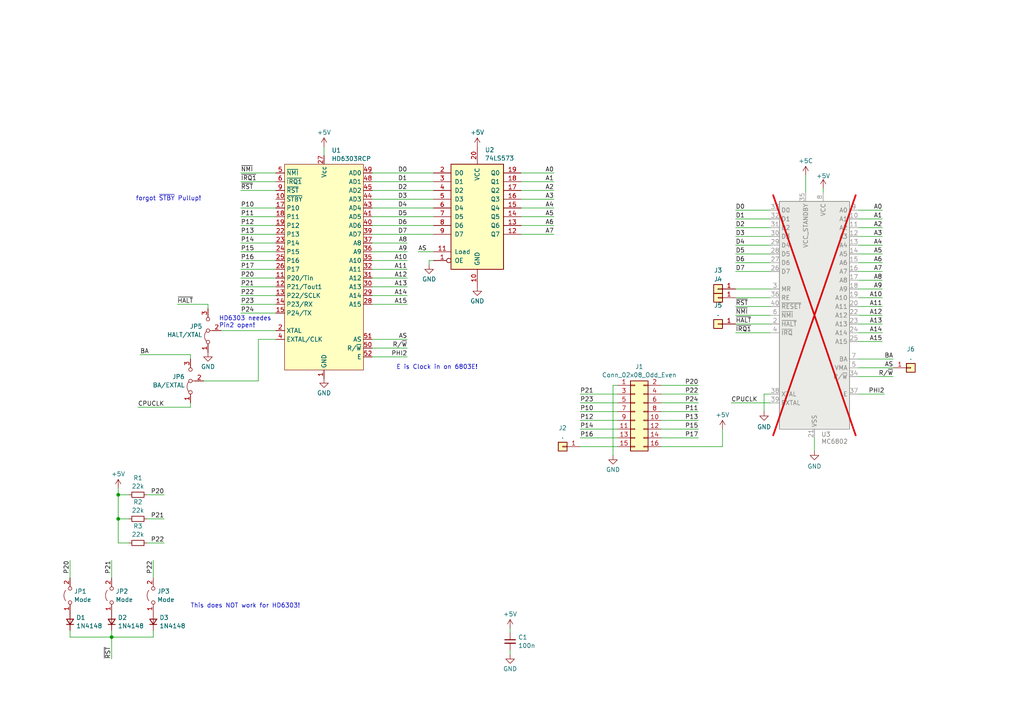
<source format=kicad_sch>
(kicad_sch (version 20231120) (generator "eeschema") (generator_version "8.0")
  (paper "A4")
  (lib_symbols
    (symbol "74xx:74LS573" (pin_names (offset 1.016))
      (property "Reference" "U" (at -7.62 16.51 0))
      (property "Value" "74LS573" (at -7.62 -16.51 0))
      (symbol "74LS573_1_0"
        (pin input inverted (at -12.7 -12.7 0) (length 5.08) (name "OE") (number "1"))
        (pin power_in line (at 0 -20.32 90) (length 5.08) (name "GND") (number "10"))
        (pin input line (at -12.7 -10.16 0) (length 5.08) (name "Load") (number "11"))
        (pin tri_state line (at 12.7 -5.08 180) (length 5.08) (name "Q7") (number "12"))
        (pin tri_state line (at 12.7 -2.54 180) (length 5.08) (name "Q6") (number "13"))
        (pin tri_state line (at 12.7 0 180) (length 5.08) (name "Q5") (number "14"))
        (pin tri_state line (at 12.7 2.54 180) (length 5.08) (name "Q4") (number "15"))
        (pin tri_state line (at 12.7 5.08 180) (length 5.08) (name "Q3") (number "16"))
        (pin tri_state line (at 12.7 7.62 180) (length 5.08) (name "Q2") (number "17"))
        (pin tri_state line (at 12.7 10.16 180) (length 5.08) (name "Q1") (number "18"))
        (pin tri_state line (at 12.7 12.7 180) (length 5.08) (name "Q0") (number "19"))
        (pin input line (at -12.7 12.7 0) (length 5.08) (name "D0") (number "2"))
        (pin power_in line (at 0 20.32 270) (length 5.08) (name "VCC") (number "20"))
        (pin input line (at -12.7 10.16 0) (length 5.08) (name "D1") (number "3"))
        (pin input line (at -12.7 7.62 0) (length 5.08) (name "D2") (number "4"))
        (pin input line (at -12.7 5.08 0) (length 5.08) (name "D3") (number "5"))
        (pin input line (at -12.7 2.54 0) (length 5.08) (name "D4") (number "6"))
        (pin input line (at -12.7 0 0) (length 5.08) (name "D5") (number "7"))
        (pin input line (at -12.7 -2.54 0) (length 5.08) (name "D6") (number "8"))
        (pin input line (at -12.7 -5.08 0) (length 5.08) (name "D7") (number "9"))
      )
      (symbol "74LS573_1_1"
        (rectangle (start -7.62 15.24) (end 7.62 -15.24) (stroke (width 0.254)) (fill (type background)))
      )
    )
    (symbol "CPU_NXP_6800:MC6802"
      (property "Reference" "U" (at -8.89 34.29 0))
      (property "Value" "MC6802" (at 10.16 34.29 0))
      (symbol "MC6802_0_1"
        (rectangle (start -10.16 -33.02) (end 10.16 33.02) (stroke (width 0.254)) (fill (type background)))
      )
      (symbol "MC6802_1_1"
        (pin passive line (at 0 -35.56 90) (length 2.54) hide (name "VSS") (number "1"))
        (pin output line (at 12.7 27.94 180) (length 2.54) (name "A1") (number "10"))
        (pin output line (at 12.7 25.4 180) (length 2.54) (name "A2") (number "11"))
        (pin output line (at 12.7 22.86 180) (length 2.54) (name "A3") (number "12"))
        (pin output line (at 12.7 20.32 180) (length 2.54) (name "A4") (number "13"))
        (pin output line (at 12.7 17.78 180) (length 2.54) (name "A5") (number "14"))
        (pin output line (at 12.7 15.24 180) (length 2.54) (name "A6") (number "15"))
        (pin output line (at 12.7 12.7 180) (length 2.54) (name "A7") (number "16"))
        (pin output line (at 12.7 10.16 180) (length 2.54) (name "A8") (number "17"))
        (pin output line (at 12.7 7.62 180) (length 2.54) (name "A9") (number "18"))
        (pin output line (at 12.7 5.08 180) (length 2.54) (name "A10") (number "19"))
        (pin input line (at -12.7 -2.54 0) (length 2.54) (name "~{HALT}") (number "2"))
        (pin output line (at 12.7 2.54 180) (length 2.54) (name "A11") (number "20"))
        (pin power_in line (at 0 -35.56 90) (length 2.54) (name "VSS") (number "21"))
        (pin output line (at 12.7 0 180) (length 2.54) (name "A12") (number "22"))
        (pin output line (at 12.7 -2.54 180) (length 2.54) (name "A13") (number "23"))
        (pin output line (at 12.7 -5.08 180) (length 2.54) (name "A14") (number "24"))
        (pin output line (at 12.7 -7.62 180) (length 2.54) (name "A15") (number "25"))
        (pin bidirectional line (at -12.7 12.7 0) (length 2.54) (name "D7") (number "26"))
        (pin bidirectional line (at -12.7 15.24 0) (length 2.54) (name "D6") (number "27"))
        (pin bidirectional line (at -12.7 17.78 0) (length 2.54) (name "D5") (number "28"))
        (pin bidirectional line (at -12.7 20.32 0) (length 2.54) (name "D4") (number "29"))
        (pin input line (at -12.7 7.62 0) (length 2.54) (name "MR") (number "3"))
        (pin bidirectional line (at -12.7 22.86 0) (length 2.54) (name "D3") (number "30"))
        (pin bidirectional line (at -12.7 25.4 0) (length 2.54) (name "D2") (number "31"))
        (pin bidirectional line (at -12.7 27.94 0) (length 2.54) (name "D1") (number "32"))
        (pin bidirectional line (at -12.7 30.48 0) (length 2.54) (name "D0") (number "33"))
        (pin output line (at 12.7 -17.78 180) (length 2.54) (name "R/~{W}") (number "34"))
        (pin power_in line (at -2.54 35.56 270) (length 2.54) (name "VCC_STANDBY") (number "35"))
        (pin input line (at -12.7 5.08 0) (length 2.54) (name "RE") (number "36"))
        (pin output line (at 12.7 -22.86 180) (length 2.54) (name "E") (number "37"))
        (pin passive line (at -12.7 -22.86 0) (length 2.54) (name "XTAL") (number "38"))
        (pin passive line (at -12.7 -25.4 0) (length 2.54) (name "EXTAL") (number "39"))
        (pin input line (at -12.7 -5.08 0) (length 2.54) (name "~{IRQ}") (number "4"))
        (pin input line (at -12.7 2.54 0) (length 2.54) (name "~{RESET}") (number "40"))
        (pin output line (at 12.7 -15.24 180) (length 2.54) (name "VMA") (number "5"))
        (pin input line (at -12.7 0 0) (length 2.54) (name "~{NMI}") (number "6"))
        (pin output line (at 12.7 -12.7 180) (length 2.54) (name "BA") (number "7"))
        (pin power_in line (at 2.54 35.56 270) (length 2.54) (name "VCC") (number "8"))
        (pin output line (at 12.7 30.48 180) (length 2.54) (name "A0") (number "9"))
      )
    )
    (symbol "Connector_Generic:Conn_01x01" (pin_names (offset 1.016) hide)
      (property "Reference" "J" (at 0 2.54 0))
      (property "Value" "Conn_01x01" (at 0 -2.54 0))
      (symbol "Conn_01x01_1_1"
        (rectangle (start -1.27 0.127) (end 0 -0.127) (stroke (width 0.1524)))
        (rectangle (start -1.27 1.27) (end 1.27 -1.27) (stroke (width 0.254)) (fill (type background)))
        (pin passive line (at -5.08 0 0) (length 3.81) (name "Pin_1") (number "1"))
      )
    )
    (symbol "Connector_Generic:Conn_02x08_Odd_Even" (pin_names (offset 1.016) hide)
      (property "Reference" "J" (at 1.27 10.16 0))
      (property "Value" "Conn_02x08_Odd_Even" (at 1.27 -12.7 0))
      (symbol "Conn_02x08_Odd_Even_1_1"
        (rectangle (start -1.27 -10.033) (end 0 -10.287) (stroke (width 0.1524)))
        (rectangle (start -1.27 -7.493) (end 0 -7.747) (stroke (width 0.1524)))
        (rectangle (start -1.27 -4.953) (end 0 -5.207) (stroke (width 0.1524)))
        (rectangle (start -1.27 -2.413) (end 0 -2.667) (stroke (width 0.1524)))
        (rectangle (start -1.27 0.127) (end 0 -0.127) (stroke (width 0.1524)))
        (rectangle (start -1.27 2.667) (end 0 2.413) (stroke (width 0.1524)))
        (rectangle (start -1.27 5.207) (end 0 4.953) (stroke (width 0.1524)))
        (rectangle (start -1.27 7.747) (end 0 7.493) (stroke (width 0.1524)))
        (rectangle (start -1.27 8.89) (end 3.81 -11.43) (stroke (width 0.254)) (fill (type background)))
        (rectangle (start 3.81 -10.033) (end 2.54 -10.287) (stroke (width 0.1524)))
        (rectangle (start 3.81 -7.493) (end 2.54 -7.747) (stroke (width 0.1524)))
        (rectangle (start 3.81 -4.953) (end 2.54 -5.207) (stroke (width 0.1524)))
        (rectangle (start 3.81 -2.413) (end 2.54 -2.667) (stroke (width 0.1524)))
        (rectangle (start 3.81 0.127) (end 2.54 -0.127) (stroke (width 0.1524)))
        (rectangle (start 3.81 2.667) (end 2.54 2.413) (stroke (width 0.1524)))
        (rectangle (start 3.81 5.207) (end 2.54 4.953) (stroke (width 0.1524)))
        (rectangle (start 3.81 7.747) (end 2.54 7.493) (stroke (width 0.1524)))
        (pin passive line (at -5.08 7.62 0) (length 3.81) (name "Pin_1") (number "1"))
        (pin passive line (at 7.62 -2.54 180) (length 3.81) (name "Pin_10") (number "10"))
        (pin passive line (at -5.08 -5.08 0) (length 3.81) (name "Pin_11") (number "11"))
        (pin passive line (at 7.62 -5.08 180) (length 3.81) (name "Pin_12") (number "12"))
        (pin passive line (at -5.08 -7.62 0) (length 3.81) (name "Pin_13") (number "13"))
        (pin passive line (at 7.62 -7.62 180) (length 3.81) (name "Pin_14") (number "14"))
        (pin passive line (at -5.08 -10.16 0) (length 3.81) (name "Pin_15") (number "15"))
        (pin passive line (at 7.62 -10.16 180) (length 3.81) (name "Pin_16") (number "16"))
        (pin passive line (at 7.62 7.62 180) (length 3.81) (name "Pin_2") (number "2"))
        (pin passive line (at -5.08 5.08 0) (length 3.81) (name "Pin_3") (number "3"))
        (pin passive line (at 7.62 5.08 180) (length 3.81) (name "Pin_4") (number "4"))
        (pin passive line (at -5.08 2.54 0) (length 3.81) (name "Pin_5") (number "5"))
        (pin passive line (at 7.62 2.54 180) (length 3.81) (name "Pin_6") (number "6"))
        (pin passive line (at -5.08 0 0) (length 3.81) (name "Pin_7") (number "7"))
        (pin passive line (at 7.62 0 180) (length 3.81) (name "Pin_8") (number "8"))
        (pin passive line (at -5.08 -2.54 0) (length 3.81) (name "Pin_9") (number "9"))
      )
    )
    (symbol "Device:C_Small" (pin_numbers hide) (pin_names (offset 0.254) hide)
      (property "Reference" "C" (at 0.254 1.778 0))
      (property "Value" "C_Small" (at 0.254 -2.032 0))
      (symbol "C_Small_0_1"
        (polyline (pts (xy -1.524 -0.508) (xy 1.524 -0.508)) (stroke (width 0.3302)))
        (polyline (pts (xy -1.524 0.508) (xy 1.524 0.508)) (stroke (width 0.3048)))
      )
      (symbol "C_Small_1_1"
        (pin passive line (at 0 2.54 270) (length 2.032) (name "~") (number "1"))
        (pin passive line (at 0 -2.54 90) (length 2.032) (name "~") (number "2"))
      )
    )
    (symbol "Device:D_Small" (pin_numbers hide) (pin_names (offset 0.254) hide)
      (property "Reference" "D" (at -1.27 2.032 0))
      (property "Value" "D_Small" (at -3.81 -2.032 0))
      (symbol "D_Small_0_1"
        (polyline (pts (xy -0.762 -1.016) (xy -0.762 1.016)) (stroke (width 0.254)))
        (polyline (pts (xy -0.762 0) (xy 0.762 0)))
        (polyline (pts (xy 0.762 -1.016) (xy -0.762 0) (xy 0.762 1.016) (xy 0.762 -1.016)) (stroke (width 0.254)))
      )
      (symbol "D_Small_1_1"
        (pin passive line (at -2.54 0 0) (length 1.778) (name "K") (number "1"))
        (pin passive line (at 2.54 0 180) (length 1.778) (name "A") (number "2"))
      )
    )
    (symbol "Device:R_Small" (pin_numbers hide) (pin_names (offset 0.254) hide)
      (property "Reference" "R" (at 0.762 0.508 0))
      (property "Value" "R_Small" (at 0.762 -1.016 0))
      (symbol "R_Small_0_1"
        (rectangle (start -0.762 1.778) (end 0.762 -1.778) (stroke (width 0.2032)))
      )
      (symbol "R_Small_1_1"
        (pin passive line (at 0 2.54 270) (length 0.762) (name "~") (number "1"))
        (pin passive line (at 0 -2.54 90) (length 0.762) (name "~") (number "2"))
      )
    )
    (symbol "Jumper:Jumper_2_Open" (pin_names (offset 0) hide)
      (property "Reference" "JP" (at 0 2.794 0))
      (property "Value" "Jumper_2_Open" (at 0 -2.286 0))
      (symbol "Jumper_2_Open_0_0"
        (circle (center -2.032 0) (radius 0.508))
        (circle (center 2.032 0) (radius 0.508))
      )
      (symbol "Jumper_2_Open_0_1"
        (arc (start 1.524 1.27) (mid 0 1.778) (end -1.524 1.27))
      )
      (symbol "Jumper_2_Open_1_1"
        (pin passive line (at -5.08 0 0) (length 2.54) (name "A") (number "1"))
        (pin passive line (at 5.08 0 180) (length 2.54) (name "B") (number "2"))
      )
    )
    (symbol "Jumper:Jumper_3_Bridged12" (pin_names (offset 0) hide)
      (property "Reference" "JP" (at -2.54 -2.54 0))
      (property "Value" "Jumper_3_Bridged12" (at 0 2.794 0))
      (symbol "Jumper_3_Bridged12_0_0"
        (circle (center -3.302 0) (radius 0.508))
        (circle (center 0 0) (radius 0.508))
        (circle (center 3.302 0) (radius 0.508))
      )
      (symbol "Jumper_3_Bridged12_0_1"
        (arc (start -0.254 0.508) (mid -1.651 0.9912) (end -3.048 0.508))
        (polyline (pts (xy 0 -1.27) (xy 0 -0.508)))
      )
      (symbol "Jumper_3_Bridged12_1_1"
        (pin passive line (at -6.35 0 0) (length 2.54) (name "A") (number "1"))
        (pin passive line (at 0 -3.81 90) (length 2.54) (name "C") (number "2"))
        (pin passive line (at 6.35 0 180) (length 2.54) (name "B") (number "3"))
      )
    )
    (symbol "my_ics_new:HD6303RCP"
      (property "Reference" "U" (at 3.175 33.02 0))
      (property "Value" "HD6303RCP" (at 7.62 30.48 0))
      (symbol "HD6303RCP_1_1"
        (rectangle (start -11.43 29.21) (end 11.43 -30.48) (fill (type background)))
        (pin power_in line (at 0 -33.02 90) (length 2.54) (name "GND") (number "1"))
        (pin input line (at -13.97 19.05 0) (length 2.54) (name "~{STBY}") (number "10"))
        (pin bidirectional line (at -13.97 -3.81 0) (length 2.54) (name "P20/Tin") (number "11"))
        (pin bidirectional line (at -13.97 -6.35 0) (length 2.54) (name "P21/Tout1") (number "12"))
        (pin bidirectional line (at -13.97 -8.89 0) (length 2.54) (name "P22/SCLK") (number "13"))
        (pin bidirectional line (at -13.97 -11.43 0) (length 2.54) (name "P23/RX") (number "14"))
        (pin bidirectional line (at -13.97 -13.97 0) (length 2.54) (name "P24/TX") (number "15"))
        (pin power_in line (at -13.97 16.51 0) (length 2.54) (name "P10") (number "17"))
        (pin power_in line (at -13.97 13.97 0) (length 2.54) (name "P11") (number "18"))
        (pin power_in line (at -13.97 11.43 0) (length 2.54) (name "P12") (number "19"))
        (pin output line (at -13.97 -19.05 0) (length 2.54) (name "XTAL") (number "2"))
        (pin no_connect line (at -3.81 13.97 180) (length 2.54) hide (name "") (number "20"))
        (pin no_connect line (at -3.81 11.43 180) (length 2.54) hide (name "") (number "21"))
        (pin power_in line (at -13.97 8.89 0) (length 2.54) (name "P13") (number "22"))
        (pin power_in line (at -13.97 6.35 0) (length 2.54) (name "P14") (number "23"))
        (pin power_in line (at -13.97 3.81 0) (length 2.54) (name "P15") (number "24"))
        (pin power_in line (at -13.97 1.27 0) (length 2.54) (name "P16") (number "25"))
        (pin power_in line (at -13.97 -1.27 0) (length 2.54) (name "P17") (number "26"))
        (pin power_in line (at 0 31.75 270) (length 2.54) (name "Vcc") (number "27"))
        (pin power_in line (at 13.97 -11.43 180) (length 2.54) (name "A15") (number "28"))
        (pin power_in line (at 13.97 -8.89 180) (length 2.54) (name "A14") (number "29"))
        (pin power_in line (at 13.97 -6.35 180) (length 2.54) (name "A13") (number "30"))
        (pin power_in line (at 13.97 -3.81 180) (length 2.54) (name "A12") (number "31"))
        (pin power_in line (at 13.97 -1.27 180) (length 2.54) (name "A11") (number "32"))
        (pin no_connect line (at -3.81 8.89 180) (length 2.54) hide (name "") (number "33"))
        (pin no_connect line (at -3.81 6.35 180) (length 2.54) hide (name "") (number "34"))
        (pin power_in line (at 13.97 1.27 180) (length 2.54) (name "A10") (number "35"))
        (pin power_in line (at 13.97 3.81 180) (length 2.54) (name "A9") (number "36"))
        (pin power_in line (at 13.97 6.35 180) (length 2.54) (name "A8") (number "37"))
        (pin bidirectional line (at 13.97 8.89 180) (length 2.54) (name "AD7") (number "39"))
        (pin input line (at -13.97 -21.59 0) (length 2.54) (name "EXTAL/CLK") (number "4"))
        (pin bidirectional line (at 13.97 11.43 180) (length 2.54) (name "AD6") (number "40"))
        (pin bidirectional line (at 13.97 13.97 180) (length 2.54) (name "AD5") (number "41"))
        (pin no_connect line (at -3.81 3.81 180) (length 2.54) hide (name "") (number "42"))
        (pin bidirectional line (at 13.97 16.51 180) (length 2.54) (name "AD4") (number "43"))
        (pin bidirectional line (at 13.97 19.05 180) (length 2.54) (name "AD3") (number "44"))
        (pin bidirectional line (at 13.97 21.59 180) (length 2.54) (name "AD2") (number "45"))
        (pin no_connect line (at -3.81 1.27 180) (length 2.54) hide (name "") (number "46"))
        (pin no_connect line (at -3.81 -1.27 180) (length 2.54) hide (name "") (number "47"))
        (pin bidirectional line (at 13.97 24.13 180) (length 2.54) (name "AD1") (number "48"))
        (pin bidirectional line (at 13.97 26.67 180) (length 2.54) (name "AD0") (number "49"))
        (pin input line (at -13.97 26.67 0) (length 2.54) (name "~{NMI}") (number "5"))
        (pin output line (at 13.97 -24.13 180) (length 2.54) (name "R/~{W}") (number "50"))
        (pin output line (at 13.97 -21.59 180) (length 2.54) (name "AS") (number "51"))
        (pin output line (at 13.97 -26.67 180) (length 2.54) (name "E") (number "52"))
        (pin input line (at -13.97 24.13 0) (length 2.54) (name "~{IRQ1}") (number "6"))
        (pin no_connect line (at -3.81 19.05 180) (length 2.54) hide (name "") (number "7"))
        (pin no_connect line (at -3.81 16.51 180) (length 2.54) hide (name "") (number "8"))
        (pin input line (at -13.97 21.59 0) (length 2.54) (name "~{RST}") (number "9"))
      )
    )
    (symbol "power:+5C" (power) (pin_names (offset 0))
      (property "Value" "+5C" (at 0 3.556 0))
      (symbol "+5C_0_1"
        (polyline (pts (xy -0.762 1.27) (xy 0 2.54)))
        (polyline (pts (xy 0 0) (xy 0 2.54)))
        (polyline (pts (xy 0 2.54) (xy 0.762 1.27)))
      )
      (symbol "+5C_1_1"
        (pin power_in line (at 0 0 90) (length 0) hide (name "+5C") (number "1"))
      )
    )
    (symbol "power:+5V" (power) (pin_names (offset 0))
      (property "Value" "+5V" (at 0 3.556 0))
      (symbol "+5V_0_1"
        (polyline (pts (xy -0.762 1.27) (xy 0 2.54)))
        (polyline (pts (xy 0 0) (xy 0 2.54)))
        (polyline (pts (xy 0 2.54) (xy 0.762 1.27)))
      )
      (symbol "+5V_1_1"
        (pin power_in line (at 0 0 90) (length 0) hide (name "+5V") (number "1"))
      )
    )
    (symbol "power:GND" (power) (pin_names (offset 0))
      (property "Value" "GND" (at 0 -3.81 0))
      (symbol "GND_0_1"
        (polyline (pts (xy 0 0) (xy 0 -1.27) (xy 1.27 -1.27) (xy 0 -2.54) (xy -1.27 -1.27) (xy 0 -1.27)))
      )
      (symbol "GND_1_1"
        (pin power_in line (at 0 0 270) (length 0) hide (name "GND") (number "1"))
      )
    )
  )
  (junction (at 34.29 150.495))
  (junction (at 34.29 143.51))
  (junction (at 32.385 184.785))
  (wire (pts (xy 223.52 73.66) (xy 213.36 73.66)))
  (wire (pts (xy 248.92 99.06) (xy 255.905 99.06)))
  (wire (pts (xy 59.055 110.49) (xy 74.93 110.49)))
  (wire (pts (xy 191.77 127) (xy 202.565 127)))
  (wire (pts (xy 147.955 189.865) (xy 147.955 188.595)))
  (wire (pts (xy 259.08 104.14) (xy 248.92 104.14)))
  (wire (pts (xy 223.52 60.96) (xy 213.36 60.96)))
  (wire (pts (xy 151.13 52.705) (xy 160.655 52.705)))
  (wire (pts (xy 223.52 66.04) (xy 213.36 66.04)))
  (wire (pts (xy 69.85 88.265) (xy 80.01 88.265)))
  (wire (pts (xy 20.32 184.785) (xy 32.385 184.785)))
  (wire (pts (xy 107.95 55.245) (xy 125.73 55.245)))
  (wire (pts (xy 69.85 85.725) (xy 80.01 85.725)))
  (wire (pts (xy 213.36 83.82) (xy 223.52 83.82)))
  (wire (pts (xy 20.32 167.64) (xy 20.32 162.56)))
  (wire (pts (xy 212.09 116.84) (xy 223.52 116.84)))
  (wire (pts (xy 51.435 88.265) (xy 60.325 88.265)))
  (wire (pts (xy 223.52 114.3) (xy 221.615 114.3)))
  (wire (pts (xy 32.385 184.785) (xy 44.45 184.785)))
  (wire (pts (xy 107.95 73.025) (xy 118.11 73.025)))
  (wire (pts (xy 42.545 157.48) (xy 47.625 157.48)))
  (wire (pts (xy 74.93 110.49) (xy 74.93 98.425)))
  (wire (pts (xy 191.77 129.54) (xy 209.55 129.54)))
  (wire (pts (xy 213.36 88.9) (xy 223.52 88.9)))
  (wire (pts (xy 151.13 60.325) (xy 160.655 60.325)))
  (wire (pts (xy 213.36 96.52) (xy 223.52 96.52)))
  (wire (pts (xy 147.955 182.245) (xy 147.955 183.515)))
  (wire (pts (xy 55.245 116.84) (xy 55.245 118.11)))
  (wire (pts (xy 40.005 118.11) (xy 55.245 118.11)))
  (wire (pts (xy 213.36 86.36) (xy 223.52 86.36)))
  (wire (pts (xy 69.85 78.105) (xy 80.01 78.105)))
  (wire (pts (xy 107.95 75.565) (xy 118.11 75.565)))
  (wire (pts (xy 259.08 106.68) (xy 248.92 106.68)))
  (wire (pts (xy 69.85 83.185) (xy 80.01 83.185)))
  (wire (pts (xy 248.92 96.52) (xy 255.905 96.52)))
  (wire (pts (xy 107.95 57.785) (xy 125.73 57.785)))
  (wire (pts (xy 69.85 73.025) (xy 80.01 73.025)))
  (wire (pts (xy 32.385 184.785) (xy 32.385 191.135)))
  (wire (pts (xy 168.275 119.38) (xy 179.07 119.38)))
  (wire (pts (xy 191.77 116.84) (xy 202.565 116.84)))
  (wire (pts (xy 32.385 184.785) (xy 32.385 182.88)))
  (wire (pts (xy 168.275 121.92) (xy 179.07 121.92)))
  (wire (pts (xy 34.29 150.495) (xy 37.465 150.495)))
  (wire (pts (xy 168.275 124.46) (xy 179.07 124.46)))
  (wire (pts (xy 74.93 98.425) (xy 80.01 98.425)))
  (wire (pts (xy 248.92 93.98) (xy 255.905 93.98)))
  (wire (pts (xy 107.95 83.185) (xy 118.11 83.185)))
  (wire (pts (xy 236.22 127) (xy 236.22 130.81)))
  (wire (pts (xy 223.52 68.58) (xy 213.36 68.58)))
  (wire (pts (xy 55.245 102.87) (xy 55.245 104.14)))
  (wire (pts (xy 191.77 119.38) (xy 202.565 119.38)))
  (wire (pts (xy 233.68 50.8) (xy 233.68 55.88)))
  (wire (pts (xy 60.325 89.535) (xy 60.325 88.265)))
  (wire (pts (xy 34.29 141.605) (xy 34.29 143.51)))
  (wire (pts (xy 44.45 184.785) (xy 44.45 182.88)))
  (wire (pts (xy 209.55 124.46) (xy 209.55 129.54)))
  (wire (pts (xy 191.77 124.46) (xy 202.565 124.46)))
  (wire (pts (xy 168.275 114.3) (xy 179.07 114.3)))
  (wire (pts (xy 107.95 52.705) (xy 125.73 52.705)))
  (wire (pts (xy 248.92 60.96) (xy 255.905 60.96)))
  (wire (pts (xy 34.29 150.495) (xy 34.29 157.48)))
  (wire (pts (xy 248.92 83.82) (xy 255.905 83.82)))
  (wire (pts (xy 238.76 54.61) (xy 238.76 55.88)))
  (wire (pts (xy 168.275 116.84) (xy 179.07 116.84)))
  (wire (pts (xy 34.29 143.51) (xy 37.465 143.51)))
  (wire (pts (xy 107.95 67.945) (xy 125.73 67.945)))
  (wire (pts (xy 107.95 70.485) (xy 118.11 70.485)))
  (wire (pts (xy 93.98 42.545) (xy 93.98 45.085)))
  (wire (pts (xy 221.615 114.3) (xy 221.615 119.38)))
  (wire (pts (xy 248.92 71.12) (xy 255.905 71.12)))
  (wire (pts (xy 151.13 65.405) (xy 160.655 65.405)))
  (wire (pts (xy 107.95 80.645) (xy 118.11 80.645)))
  (wire (pts (xy 179.07 111.76) (xy 177.8 111.76)))
  (wire (pts (xy 69.85 70.485) (xy 80.01 70.485)))
  (wire (pts (xy 248.92 73.66) (xy 255.905 73.66)))
  (wire (pts (xy 248.92 86.36) (xy 255.905 86.36)))
  (wire (pts (xy 69.85 65.405) (xy 80.01 65.405)))
  (wire (pts (xy 69.85 75.565) (xy 80.01 75.565)))
  (wire (pts (xy 69.85 67.945) (xy 80.01 67.945)))
  (wire (pts (xy 223.52 76.2) (xy 213.36 76.2)))
  (wire (pts (xy 151.13 50.165) (xy 160.655 50.165)))
  (wire (pts (xy 151.13 62.865) (xy 160.655 62.865)))
  (wire (pts (xy 42.545 143.51) (xy 47.625 143.51)))
  (wire (pts (xy 248.92 76.2) (xy 255.905 76.2)))
  (wire (pts (xy 69.85 60.325) (xy 80.01 60.325)))
  (wire (pts (xy 248.92 68.58) (xy 255.905 68.58)))
  (wire (pts (xy 177.8 111.76) (xy 177.8 132.08)))
  (wire (pts (xy 107.95 78.105) (xy 118.11 78.105)))
  (wire (pts (xy 69.85 50.165) (xy 80.01 50.165)))
  (wire (pts (xy 107.95 103.505) (xy 118.11 103.505)))
  (wire (pts (xy 248.92 88.9) (xy 255.905 88.9)))
  (wire (pts (xy 121.285 73.025) (xy 125.73 73.025)))
  (wire (pts (xy 191.77 111.76) (xy 202.565 111.76)))
  (wire (pts (xy 223.52 63.5) (xy 213.36 63.5)))
  (wire (pts (xy 125.73 75.565) (xy 124.46 75.565)))
  (wire (pts (xy 37.465 157.48) (xy 34.29 157.48)))
  (wire (pts (xy 248.92 78.74) (xy 255.905 78.74)))
  (wire (pts (xy 213.36 93.98) (xy 223.52 93.98)))
  (wire (pts (xy 42.545 150.495) (xy 47.625 150.495)))
  (wire (pts (xy 107.95 88.265) (xy 118.11 88.265)))
  (wire (pts (xy 248.92 91.44) (xy 255.905 91.44)))
  (wire (pts (xy 223.52 71.12) (xy 213.36 71.12)))
  (wire (pts (xy 107.95 50.165) (xy 125.73 50.165)))
  (wire (pts (xy 69.85 62.865) (xy 80.01 62.865)))
  (wire (pts (xy 34.29 143.51) (xy 34.29 150.495)))
  (wire (pts (xy 44.45 167.64) (xy 44.45 162.56)))
  (wire (pts (xy 248.92 63.5) (xy 255.905 63.5)))
  (wire (pts (xy 20.32 182.88) (xy 20.32 184.785)))
  (wire (pts (xy 151.13 55.245) (xy 160.655 55.245)))
  (wire (pts (xy 69.85 55.245) (xy 80.01 55.245)))
  (wire (pts (xy 213.36 91.44) (xy 223.52 91.44)))
  (wire (pts (xy 107.95 98.425) (xy 118.11 98.425)))
  (wire (pts (xy 259.08 109.22) (xy 248.92 109.22)))
  (wire (pts (xy 256.54 114.3) (xy 248.92 114.3)))
  (wire (pts (xy 191.77 121.92) (xy 202.565 121.92)))
  (wire (pts (xy 124.46 75.565) (xy 124.46 76.835)))
  (wire (pts (xy 223.52 78.74) (xy 213.36 78.74)))
  (wire (pts (xy 107.95 85.725) (xy 118.11 85.725)))
  (wire (pts (xy 107.95 65.405) (xy 125.73 65.405)))
  (wire (pts (xy 191.77 114.3) (xy 202.565 114.3)))
  (wire (pts (xy 107.95 60.325) (xy 125.73 60.325)))
  (wire (pts (xy 248.92 81.28) (xy 255.905 81.28)))
  (wire (pts (xy 69.85 52.705) (xy 80.01 52.705)))
  (wire (pts (xy 168.275 127) (xy 179.07 127)))
  (wire (pts (xy 107.95 62.865) (xy 125.73 62.865)))
  (wire (pts (xy 151.13 67.945) (xy 160.655 67.945)))
  (wire (pts (xy 168.275 129.54) (xy 179.07 129.54)))
  (wire (pts (xy 248.92 66.04) (xy 255.905 66.04)))
  (wire (pts (xy 69.85 90.805) (xy 80.01 90.805)))
  (wire (pts (xy 64.135 95.885) (xy 80.01 95.885)))
  (wire (pts (xy 69.85 80.645) (xy 80.01 80.645)))
  (wire (pts (xy 40.64 102.87) (xy 55.245 102.87)))
  (wire (pts (xy 32.385 167.64) (xy 32.385 162.56)))
  (wire (pts (xy 107.95 100.965) (xy 118.11 100.965)))
  (wire (pts (xy 151.13 57.785) (xy 160.655 57.785)))
  (text "forgot ~{STBY} Pullup!" (at 39.37 58.42 0) (effects (font (size 1.27 1.27)) (justify left bottom)))
  (text "This does NOT work for HD6303!" (at 55.245 176.53 0) (effects (font (size 1.27 1.27)) (justify left bottom)))
  (text "E is Clock in on 6803E!" (at 114.935 107.315 0) (effects (font (size 1.27 1.27)) (justify left bottom)))
  (text "HD6303 needes\nPin2 open!" (at 63.5 95.25 0) (effects (font (size 1.27 1.27)) (justify left bottom)))
  (label "P24" (at 69.85 90.805 0))
  (label "A8" (at 255.905 81.28 180))
  (label "P20" (at 202.565 111.76 180))
  (label "P16" (at 168.275 127 0))
  (label "D3" (at 118.11 57.785 180))
  (label "R{slash}~{W}" (at 118.11 100.965 180))
  (label "PHI2" (at 256.54 114.3 180))
  (label "P10" (at 69.85 60.325 0))
  (label "BA" (at 259.08 104.14 180))
  (label "PHI2" (at 118.11 103.505 180))
  (label "P15" (at 202.565 124.46 180))
  (label "P13" (at 69.85 67.945 0))
  (label "P23" (at 168.275 116.84 0))
  (label "D1" (at 213.36 63.5 0))
  (label "~{IRQ1}" (at 69.85 52.705 0))
  (label "A14" (at 255.905 96.52 180))
  (label "A7" (at 160.655 67.945 180))
  (label "D7" (at 213.36 78.74 0))
  (label "~{NMI}" (at 213.36 91.44 0))
  (label "P14" (at 168.275 124.46 0))
  (label "P17" (at 69.85 78.105 0))
  (label "A6" (at 255.905 76.2 180))
  (label "AS" (at 121.285 73.025 0))
  (label "A15" (at 118.11 88.265 180))
  (label "~{HALT}" (at 51.435 88.265 0))
  (label "R{slash}~{W}" (at 259.08 109.22 180))
  (label "P21" (at 47.625 150.495 180))
  (label "D3" (at 213.36 68.58 0))
  (label "P22" (at 202.565 114.3 180))
  (label "P11" (at 202.565 119.38 180))
  (label "D6" (at 213.36 76.2 0))
  (label "P17" (at 202.565 127 180))
  (label "A5" (at 255.905 73.66 180))
  (label "A6" (at 160.655 65.405 180))
  (label "A5" (at 160.655 62.865 180))
  (label "P21" (at 168.275 114.3 0))
  (label "P13" (at 202.565 121.92 180))
  (label "A1" (at 255.905 63.5 180))
  (label "P14" (at 69.85 70.485 0))
  (label "P20" (at 69.85 80.645 0))
  (label "P15" (at 69.85 73.025 0))
  (label "AS" (at 118.11 98.425 180))
  (label "D0" (at 213.36 60.96 0))
  (label "BA" (at 40.64 102.87 0))
  (label "D7" (at 118.11 67.945 180))
  (label "D2" (at 213.36 66.04 0))
  (label "~{IRQ1}" (at 213.36 96.52 0))
  (label "A3" (at 255.905 68.58 180))
  (label "D5" (at 213.36 73.66 0))
  (label "CPUCLK" (at 40.005 118.11 0))
  (label "A12" (at 118.11 80.645 180))
  (label "P24" (at 202.565 116.84 180))
  (label "AS" (at 259.08 106.68 180))
  (label "D6" (at 118.11 65.405 180))
  (label "A0" (at 255.905 60.96 180))
  (label "P10" (at 168.275 119.38 0))
  (label "D0" (at 118.11 50.165 180))
  (label "D1" (at 118.11 52.705 180))
  (label "P21" (at 32.385 162.56 270))
  (label "P22" (at 44.45 162.56 270))
  (label "D5" (at 118.11 62.865 180))
  (label "P23" (at 69.85 88.265 0))
  (label "P22" (at 47.625 157.48 180))
  (label "D2" (at 118.11 55.245 180))
  (label "A8" (at 118.11 70.485 180))
  (label "A0" (at 160.655 50.165 180))
  (label "A2" (at 255.905 66.04 180))
  (label "~{HALT}" (at 213.36 93.98 0))
  (label "~{RST}" (at 69.85 55.245 0))
  (label "A13" (at 118.11 83.185 180))
  (label "CPUCLK" (at 212.09 116.84 0))
  (label "A11" (at 255.905 88.9 180))
  (label "A9" (at 118.11 73.025 180))
  (label "A10" (at 118.11 75.565 180))
  (label "A10" (at 255.905 86.36 180))
  (label "P20" (at 47.625 143.51 180))
  (label "~{RST}" (at 213.36 88.9 0))
  (label "P22" (at 69.85 85.725 0))
  (label "A2" (at 160.655 55.245 180))
  (label "A12" (at 255.905 91.44 180))
  (label "A13" (at 255.905 93.98 180))
  (label "A4" (at 160.655 60.325 180))
  (label "A9" (at 255.905 83.82 180))
  (label "A3" (at 160.655 57.785 180))
  (label "P11" (at 69.85 62.865 0))
  (label "A7" (at 255.905 78.74 180))
  (label "A14" (at 118.11 85.725 180))
  (label "A4" (at 255.905 71.12 180))
  (label "P21" (at 69.85 83.185 0))
  (label "A15" (at 255.905 99.06 180))
  (label "A11" (at 118.11 78.105 180))
  (label "~{NMI}" (at 69.85 50.165 0))
  (label "P20" (at 20.32 162.56 270))
  (label "P16" (at 69.85 75.565 0))
  (label "P12" (at 69.85 65.405 0))
  (label "D4" (at 213.36 71.12 0))
  (label "P12" (at 168.275 121.92 0))
  (label "D4" (at 118.11 60.325 180))
  (label "A1" (at 160.655 52.705 180))
  (label "~{RST}" (at 32.385 191.135 90))
  (symbol (lib_id "power:GND") (at 60.325 102.235 0) (unit 1)
    (property "Reference" "#PWR08" (effects (hide yes)))
    (property "Value" "GND" (at 60.325 106.3681 0))
  )
  (symbol (lib_id "Connector_Generic:Conn_01x01") (at 208.28 83.82 0) (mirror y) (unit 1)
    (property "Reference" "J3" (at 208.28 78.4057 0))
    (property "Value" "." (at 208.28 80.8299 0))
    (property "Footprint" "Connector_PinHeader_2.00mm:PinHeader_1x01_P2.00mm_Vertical" (effects (hide yes)))
  )
  (symbol (lib_id "power:GND") (at 221.615 119.38 0) (mirror y) (unit 1)
    (property "Reference" "#PWR018" (effects (hide yes)))
    (property "Value" "GND" (at 221.615 123.8234 0))
  )
  (symbol (lib_id "Device:D_Small") (at 20.32 180.34 90) (unit 1)
    (property "Reference" "D1" (at 22.098 179.1279 90) (effects (justify right)))
    (property "Value" "1N4148" (at 22.098 181.5521 90) (effects (justify right)))
    (property "Footprint" "Diode_SMD:D_1206_3216Metric_Pad1.42x1.75mm_HandSolder" (effects (hide yes)))
    (property "Sim.Device" "D" (effects (hide yes)))
    (property "Sim.Pins" "1=K 2=A" (effects (hide yes)))
  )
  (symbol (lib_id "Jumper:Jumper_2_Open") (at 44.45 172.72 90) (unit 1)
    (property "Reference" "JP3" (at 45.593 171.5079 90) (effects (justify right)))
    (property "Value" "Mode" (at 45.593 173.9321 90) (effects (justify right)))
    (property "Footprint" "Connector_PinHeader_2.54mm:PinHeader_1x02_P2.54mm_Vertical" (effects (hide yes)))
  )
  (symbol (lib_id "Device:C_Small") (at 147.955 186.055 0) (unit 1)
    (property "Reference" "C1" (at 150.2791 184.8492 0) (effects (justify left)))
    (property "Value" "100n" (at 150.2791 187.2734 0) (effects (justify left)))
    (property "Footprint" "Capacitor_SMD:C_1206_3216Metric_Pad1.33x1.80mm_HandSolder" (effects (hide yes)))
  )
  (symbol (lib_id "Connector_Generic:Conn_02x08_Odd_Even") (at 184.15 119.38 0) (unit 1)
    (property "Reference" "J1" (at 185.42 106.3457 0))
    (property "Value" "Conn_02x08_Odd_Even" (at 185.42 108.7699 0))
    (property "Footprint" "Connector_PinHeader_2.54mm:PinHeader_2x08_P2.54mm_Horizontal" (effects (hide yes)))
  )
  (symbol (lib_id "Device:R_Small") (at 40.005 157.48 90) (unit 1)
    (property "Reference" "R3" (at 40.005 152.5991 90))
    (property "Value" "22k" (at 40.005 155.0233 90))
    (property "Footprint" "Resistor_SMD:R_1206_3216Metric_Pad1.30x1.75mm_HandSolder" (effects (hide yes)))
  )
  (symbol (lib_id "Device:D_Small") (at 44.45 180.34 90) (unit 1)
    (property "Reference" "D3" (at 46.228 179.1279 90) (effects (justify right)))
    (property "Value" "1N4148" (at 46.228 181.5521 90) (effects (justify right)))
    (property "Footprint" "Diode_SMD:D_1206_3216Metric_Pad1.42x1.75mm_HandSolder" (effects (hide yes)))
    (property "Sim.Device" "D" (effects (hide yes)))
    (property "Sim.Pins" "1=K 2=A" (effects (hide yes)))
  )
  (symbol (lib_id "power:GND") (at 93.98 109.855 0) (unit 1)
    (property "Reference" "#PWR02" (effects (hide yes)))
    (property "Value" "GND" (at 93.98 113.9881 0))
  )
  (symbol (lib_id "Device:R_Small") (at 40.005 150.495 90) (unit 1)
    (property "Reference" "R2" (at 40.005 145.6141 90))
    (property "Value" "22k" (at 40.005 148.0383 90))
    (property "Footprint" "Resistor_SMD:R_1206_3216Metric_Pad1.30x1.75mm_HandSolder" (effects (hide yes)))
  )
  (symbol (lib_id "power:GND") (at 177.8 132.08 0) (unit 1)
    (property "Reference" "#PWR015" (effects (hide yes)))
    (property "Value" "GND" (at 177.8 136.2131 0))
  )
  (symbol (lib_id "Jumper:Jumper_3_Bridged12") (at 60.325 95.885 90) (unit 1)
    (property "Reference" "JP5" (at 58.6989 94.6729 90) (effects (justify left)))
    (property "Value" "HALT/XTAL" (at 58.6989 97.0971 90) (effects (justify left)))
    (property "Footprint" "Connector_PinHeader_2.54mm:PinHeader_1x03_P2.54mm_Vertical" (effects (hide yes)))
  )
  (symbol (lib_id "power:GND") (at 147.955 189.865 0) (unit 1)
    (property "Reference" "#PWR04" (effects (hide yes)))
    (property "Value" "GND" (at 147.955 193.9981 0))
  )
  (symbol (lib_id "power:GND") (at 236.22 130.81 0) (mirror y) (unit 1)
    (property "Reference" "#PWR019" (effects (hide yes)))
    (property "Value" "GND" (at 236.22 135.2534 0))
  )
  (symbol (lib_id "power:+5V") (at 209.55 124.46 0) (unit 1)
    (property "Reference" "#PWR016" (effects (hide yes)))
    (property "Value" "+5V" (at 209.55 120.3269 0))
  )
  (symbol (lib_id "Device:D_Small") (at 32.385 180.34 90) (unit 1)
    (property "Reference" "D2" (at 34.163 179.1279 90) (effects (justify right)))
    (property "Value" "1N4148" (at 34.163 181.5521 90) (effects (justify right)))
    (property "Footprint" "Diode_SMD:D_1206_3216Metric_Pad1.42x1.75mm_HandSolder" (effects (hide yes)))
    (property "Sim.Device" "D" (effects (hide yes)))
    (property "Sim.Pins" "1=K 2=A" (effects (hide yes)))
  )
  (symbol (lib_id "power:+5V") (at 34.29 141.605 0) (unit 1)
    (property "Reference" "#PWR09" (effects (hide yes)))
    (property "Value" "+5V" (at 34.29 137.4719 0))
  )
  (symbol (lib_id "power:+5V") (at 238.76 54.61 0) (unit 1)
    (property "Reference" "#PWR017" (effects (hide yes)))
    (property "Value" "+5V" (at 238.76 51.0342 0))
  )
  (symbol (lib_id "Connector_Generic:Conn_01x01") (at 208.28 93.98 0) (mirror y) (unit 1)
    (property "Reference" "J5" (at 208.28 88.5657 0))
    (property "Value" "." (at 208.28 90.9899 0))
    (property "Footprint" "Connector_PinHeader_2.00mm:PinHeader_1x01_P2.00mm_Vertical" (effects (hide yes)))
  )
  (symbol (lib_id "Connector_Generic:Conn_01x01") (at 208.28 86.36 0) (mirror y) (unit 1)
    (property "Reference" "J4" (at 208.28 80.9457 0))
    (property "Value" "." (at 208.28 83.3699 0))
    (property "Footprint" "Connector_PinHeader_2.00mm:PinHeader_1x01_P2.00mm_Vertical" (effects (hide yes)))
  )
  (symbol (lib_id "Device:R_Small") (at 40.005 143.51 90) (unit 1)
    (property "Reference" "R1" (at 40.005 138.6291 90))
    (property "Value" "22k" (at 40.005 141.0533 90))
    (property "Footprint" "Resistor_SMD:R_1206_3216Metric_Pad1.30x1.75mm_HandSolder" (effects (hide yes)))
  )
  (symbol (lib_id "Connector_Generic:Conn_01x01") (at 264.16 106.68 0) (unit 1)
    (property "Reference" "J6" (at 264.16 101.2657 0))
    (property "Value" "." (at 264.16 103.6899 0))
    (property "Footprint" "Connector_PinHeader_2.00mm:PinHeader_1x01_P2.00mm_Vertical" (effects (hide yes)))
  )
  (symbol (lib_id "74xx:74LS573") (at 138.43 62.865 0) (unit 1)
    (property "Reference" "U2" (at 140.6241 43.4807 0) (effects (justify left)))
    (property "Value" "74LS573" (at 140.6241 45.9049 0) (effects (justify left)))
    (property "Footprint" "Package_DIP:DIP-20_W7.62mm_Socket_LongPads" (effects (hide yes)))
    (property "Datasheet" "74xx/74hc573.pdf" (effects (hide yes)))
  )
  (symbol (lib_id "power:+5C") (at 233.68 50.8 0) (unit 1)
    (property "Reference" "#PWR020" (effects (hide yes)))
    (property "Value" "+5C" (at 233.68 46.6669 0))
  )
  (symbol (lib_id "power:GND") (at 138.43 83.185 0) (unit 1)
    (property "Reference" "#PWR01" (effects (hide yes)))
    (property "Value" "GND" (at 138.43 87.3181 0))
  )
  (symbol (lib_id "my_ics_new:HD6303RCP") (at 93.98 76.835 0) (unit 1)
    (property "Reference" "U1" (at 96.1741 43.6077 0) (effects (justify left)))
    (property "Value" "HD6303RCP" (at 96.1741 46.0319 0) (effects (justify left)))
    (property "Footprint" "Package_LCC:PLCC-52_SMD-Socket" (effects (hide yes)))
  )
  (symbol (lib_id "power:+5V") (at 147.955 182.245 0) (unit 1)
    (property "Reference" "#PWR06" (effects (hide yes)))
    (property "Value" "+5V" (at 147.955 178.1119 0))
  )
  (symbol (lib_id "Connector_Generic:Conn_01x01") (at 163.195 129.54 0) (mirror y) (unit 1)
    (property "Reference" "J2" (at 163.195 124.1257 0))
    (property "Value" "." (at 163.195 126.5499 0))
    (property "Footprint" "Connector_PinHeader_2.00mm:PinHeader_1x01_P2.00mm_Vertical" (effects (hide yes)))
  )
  (symbol (lib_id "power:+5V") (at 93.98 42.545 0) (unit 1)
    (property "Reference" "#PWR03" (effects (hide yes)))
    (property "Value" "+5V" (at 93.98 38.4119 0))
  )
  (symbol (lib_id "Jumper:Jumper_3_Bridged12") (at 55.245 110.49 90) (unit 1)
    (property "Reference" "JP6" (at 53.6189 109.2779 90) (effects (justify left)))
    (property "Value" "BA/EXTAL" (at 53.6189 111.7021 90) (effects (justify left)))
    (property "Footprint" "Connector_PinHeader_2.54mm:PinHeader_1x03_P2.54mm_Vertical" (effects (hide yes)))
  )
  (symbol (lib_id "CPU_NXP_6800:MC6802") (at 236.22 91.44 0) (unit 1) (in_bom no) (dnp yes)
    (property "Reference" "U3" (at 238.1759 125.992 0) (effects (justify left)))
    (property "Value" "MC6802" (at 238.1759 128.04 0) (effects (justify left)))
    (property "Footprint" "Package_DIP:DIP-40_W15.24mm" (effects (hide yes)))
    (property "Datasheet" "https://www.jameco.com/Jameco/Products/ProdDS/43502.pdf" (effects (hide yes)))
  )
  (symbol (lib_id "power:+5V") (at 138.43 42.545 0) (unit 1)
    (property "Reference" "#PWR05" (effects (hide yes)))
    (property "Value" "+5V" (at 138.43 38.4119 0))
  )
  (symbol (lib_id "Jumper:Jumper_2_Open") (at 20.32 172.72 90) (unit 1)
    (property "Reference" "JP1" (at 21.463 171.5079 90) (effects (justify right)))
    (property "Value" "Mode" (at 21.463 173.9321 90) (effects (justify right)))
    (property "Footprint" "Connector_PinHeader_2.54mm:PinHeader_1x02_P2.54mm_Vertical" (effects (hide yes)))
  )
  (symbol (lib_id "power:GND") (at 124.46 76.835 0) (unit 1)
    (property "Reference" "#PWR07" (effects (hide yes)))
    (property "Value" "GND" (at 124.46 80.9681 0))
  )
  (symbol (lib_id "Jumper:Jumper_2_Open") (at 32.385 172.72 90) (unit 1)
    (property "Reference" "JP2" (at 33.528 171.5079 90) (effects (justify right)))
    (property "Value" "Mode" (at 33.528 173.9321 90) (effects (justify right)))
    (property "Footprint" "Connector_PinHeader_2.54mm:PinHeader_1x02_P2.54mm_Vertical" (effects (hide yes)))
  )
)
</source>
